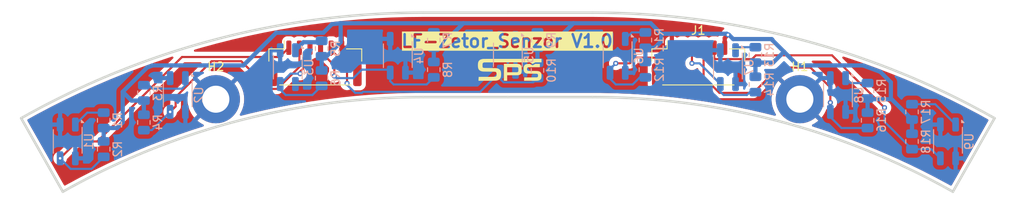
<source format=kicad_pcb>
(kicad_pcb (version 20241229) (generator "pcbnew") (generator_version "9.0")
  (layers (0 "F.Cu" signal) (2 "B.Cu" signal) (13 "F.Paste" user) (15 "B.Paste" user) (5 "F.SilkS" user "F.Silkscreen") (7 "B.SilkS" user "B.Silkscreen") (1 "F.Mask" user) (3 "B.Mask" user) (25 "Edge.Cuts" user))
  (net 0 "")
  (net 1 "Sen1Out")
  (net 2 "Sen5Out")
  (net 3 "Sen4Out")
  (net 4 "Sen3Out")
  (net 5 "Sen2Out")
  (net 6 "GND")
  (net 7 "VCC")
  (net 8 "Net-(U3-A)")
  (net 9 "Sen6Out")
  (net 10 "Sen7Out")
  (net 11 "Sen8Out")
  (net 12 "Sen9Out")
  (net 13 "Net-(U8-A)")
  (net 14 "Net-(U6-A)")
  (net 15 "Net-(U7-A)")
  (net 16 "Net-(U5-A)")
  (net 17 "Net-(U4-A)")
  (net 18 "Net-(U9-A)")
  (net 19 "Net-(U1-A)")
  (net 20 "Net-(U2-A)")
  (footprint "MountingHole:MountingHole_3.2mm_M3_ISO7380_Pad" (layer "F.Cu") (at 173.25 101.75)
    (property "Reference" "H1" (at 0 -3.85 0) (layer "F.SilkS"))
    (property "Value" "MountingHole_Pad")
    (pad "1" thru_hole circle (at 0 0) (size 5.7 5.7) (drill 3.2) (layers "*.Cu" "*.Mask") (net 6 "GND"))
  )
  (footprint "Connector_JST:JST_GH_SM06B-GHS-TB_1x06-1MP_P1.25mm_Horizontal" (layer "F.Cu") (at 161.250016 97.5)
    (property "Reference" "J1" (at 0 -3.9 0) (layer "F.SilkS"))
    (property "Value" "Conn_01x06_Pin")
    (pad "1" smd roundrect (at -3.125 -1.85) (size 0.6 1.7) (layers "F.Cu" "F.Mask" "F.Paste") (net 6 "GND"))
    (pad "2" smd roundrect (at -1.875 -1.85) (size 0.6 1.7) (layers "F.Cu" "F.Mask" "F.Paste") (net 9 "Sen6Out"))
    (pad "3" smd roundrect (at -0.625 -1.85) (size 0.6 1.7) (layers "F.Cu" "F.Mask" "F.Paste") (net 10 "Sen7Out"))
    (pad "4" smd roundrect (at 0.625 -1.85) (size 0.6 1.7) (layers "F.Cu" "F.Mask" "F.Paste") (net 11 "Sen8Out"))
    (pad "5" smd roundrect (at 1.875 -1.85) (size 0.6 1.7) (layers "F.Cu" "F.Mask" "F.Paste") (net 12 "Sen9Out"))
    (pad "6" smd roundrect (at 3.125 -1.85) (size 0.6 1.7) (layers "F.Cu" "F.Mask" "F.Paste") (net 7 "VCC"))
    (pad "MP" smd roundrect (at -4.975 1.35) (size 1 2.7) (layers "F.Cu" "F.Mask" "F.Paste"))
    (pad "MP" smd roundrect (at 4.975 1.35) (size 1 2.7) (layers "F.Cu" "F.Mask" "F.Paste"))
  )
  (footprint "lf_zetor_graphic:SPS_LOGO_IMG" (layer "F.Cu") (at 138.75 98)
    (property "Reference" "G***" (hide yes))
    (property "Value" "LOGO" (hide yes))
  )
  (footprint "MountingHole:MountingHole_3.2mm_M3_ISO7380_Pad" (layer "F.Cu") (at 104.25 101.75)
    (property "Reference" "H2" (at 0 -3.85 0) (layer "F.SilkS"))
    (property "Value" "MountingHole_Pad")
    (pad "1" thru_hole circle (at 0 0) (size 5.7 5.7) (drill 3.2) (layers "*.Cu" "*.Mask") (net 6 "GND"))
  )
  (footprint "Connector_JST:JST_GH_SM06B-GHS-TB_1x06-1MP_P1.25mm_Horizontal" (layer "F.Cu") (at 116.000016 97.5)
    (property "Reference" "J2" (hide yes))
    (property "Value" "Conn_01x06_Pin")
    (pad "1" smd roundrect (at -3.125 -1.85) (size 0.6 1.7) (layers "F.Cu" "F.Mask" "F.Paste") (net 1 "Sen1Out"))
    (pad "2" smd roundrect (at -1.875 -1.85) (size 0.6 1.7) (layers "F.Cu" "F.Mask" "F.Paste") (net 5 "Sen2Out"))
    (pad "3" smd roundrect (at -0.625 -1.85) (size 0.6 1.7) (layers "F.Cu" "F.Mask" "F.Paste") (net 4 "Sen3Out"))
    (pad "4" smd roundrect (at 0.625 -1.85) (size 0.6 1.7) (layers "F.Cu" "F.Mask" "F.Paste") (net 3 "Sen4Out"))
    (pad "5" smd roundrect (at 1.875 -1.85) (size 0.6 1.7) (layers "F.Cu" "F.Mask" "F.Paste") (net 2 "Sen5Out"))
    (pad "6" smd roundrect (at 3.125 -1.85) (size 0.6 1.7) (layers "F.Cu" "F.Mask" "F.Paste") (net 6 "GND"))
    (pad "MP" smd roundrect (at -4.975 1.35) (size 1 2.7) (layers "F.Cu" "F.Mask" "F.Paste"))
    (pad "MP" smd roundrect (at 4.975 1.35) (size 1 2.7) (layers "F.Cu" "F.Mask" "F.Paste"))
  )
  (footprint "Resistor_SMD:R_0805_2012Metric" (layer "B.Cu") (at 91.000016 107.6625 90)
    (property "Reference" "R2" (at 0 1.65 90) (layer "B.SilkS") (effects (justify mirror)))
    (property "Value" "10k")
    (pad "1" smd roundrect (at -0.9125 0 90) (size 1.025 1.4) (layers "B.Cu" "B.Mask" "B.Paste") (roundrect_rratio 0.243902) (net 1 "Sen1Out"))
    (pad "2" smd roundrect (at 0.9125 0 90) (size 1.025 1.4) (layers "B.Cu" "B.Mask" "B.Paste") (roundrect_rratio 0.243902) (net 7 "VCC"))
  )
  (footprint "Resistor_SMD:R_0805_2012Metric" (layer "B.Cu") (at 116.750016 99.25 90)
    (property "Reference" "R6" (at 0 1.65 90) (layer "B.SilkS") (effects (justify mirror)))
    (property "Value" "10k")
    (pad "1" smd roundrect (at -0.9125 0 90) (size 1.025 1.4) (layers "B.Cu" "B.Mask" "B.Paste") (roundrect_rratio 0.243902) (net 4 "Sen3Out"))
    (pad "2" smd roundrect (at 0.9125 0 90) (size 1.025 1.4) (layers "B.Cu" "B.Mask" "B.Paste") (roundrect_rratio 0.243902) (net 7 "VCC"))
  )
  (footprint "Resistor_SMD:R_0805_2012Metric" (layer "B.Cu") (at 91 104.25 90)
    (property "Reference" "R1" (at 0 1.65 90) (layer "B.SilkS") (effects (justify mirror)))
    (property "Value" "100R")
    (pad "1" smd roundrect (at -0.9125 0 90) (size 1.025 1.4) (layers "B.Cu" "B.Mask" "B.Paste") (roundrect_rratio 0.243902) (net 7 "VCC"))
    (pad "2" smd roundrect (at 0.9125 0 90) (size 1.025 1.4) (layers "B.Cu" "B.Mask" "B.Paste") (roundrect_rratio 0.243902) (net 19 "Net-(U1-A)"))
  )
  (footprint "Resistor_SMD:R_0805_2012Metric" (layer "B.Cu") (at 130.000016 98.25 90)
    (property "Reference" "R8" (at 0 1.65 90) (layer "B.SilkS") (effects (justify mirror)))
    (property "Value" "10k")
    (pad "1" smd roundrect (at -0.9125 0 90) (size 1.025 1.4) (layers "B.Cu" "B.Mask" "B.Paste") (roundrect_rratio 0.243902) (net 3 "Sen4Out"))
    (pad "2" smd roundrect (at 0.9125 0 90) (size 1.025 1.4) (layers "B.Cu" "B.Mask" "B.Paste") (roundrect_rratio 0.243902) (net 7 "VCC"))
  )
  (footprint "OptoDevice:OnSemi_CASE100CY" (layer "B.Cu") (at 125.75 96.6 180)
    (property "Reference" "U4" (at -2.5 0 90) (layer "B.SilkS") (effects (justify mirror)))
    (property "Value" "QRE1113GR")
    (pad "1" smd roundrect (at -0.9 2 180) (size 0.79 1.66) (layers "B.Cu" "B.Mask" "B.Paste") (net 17 "Net-(U4-A)"))
    (pad "2" smd roundrect (at -0.9 -2 180) (size 0.79 1.66) (layers "B.Cu" "B.Mask" "B.Paste") (net 6 "GND"))
    (pad "3" smd roundrect (at 0.9 -2 180) (size 0.79 1.66) (layers "B.Cu" "B.Mask" "B.Paste") (net 3 "Sen4Out"))
    (pad "4" smd roundrect (at 0.9 2 180) (size 0.79 1.66) (layers "B.Cu" "B.Mask" "B.Paste") (net 6 "GND"))
  )
  (footprint "OptoDevice:OnSemi_CASE100CY" (layer "B.Cu") (at 99.75 101.25 180)
    (property "Reference" "U2" (at -2.5 0 90) (layer "B.SilkS") (effects (justify mirror)))
    (property "Value" "QRE1113GR")
    (pad "1" smd roundrect (at -0.9 2 180) (size 0.79 1.66) (layers "B.Cu" "B.Mask" "B.Paste") (net 20 "Net-(U2-A)"))
    (pad "2" smd roundrect (at -0.9 -2 180) (size 0.79 1.66) (layers "B.Cu" "B.Mask" "B.Paste") (net 6 "GND"))
    (pad "3" smd roundrect (at 0.9 -2 180) (size 0.79 1.66) (layers "B.Cu" "B.Mask" "B.Paste") (net 5 "Sen2Out"))
    (pad "4" smd roundrect (at 0.9 2 180) (size 0.79 1.66) (layers "B.Cu" "B.Mask" "B.Paste") (net 6 "GND"))
  )
  (footprint "Resistor_SMD:R_0805_2012Metric" (layer "B.Cu") (at 116.75 95.75 90)
    (property "Reference" "R5" (at 0 1.65 90) (layer "B.SilkS") (effects (justify mirror)))
    (property "Value" "100R")
    (pad "1" smd roundrect (at -0.9125 0 90) (size 1.025 1.4) (layers "B.Cu" "B.Mask" "B.Paste") (roundrect_rratio 0.243902) (net 7 "VCC"))
    (pad "2" smd roundrect (at 0.9125 0 90) (size 1.025 1.4) (layers "B.Cu" "B.Mask" "B.Paste") (roundrect_rratio 0.243902) (net 8 "Net-(U3-A)"))
  )
  (footprint "Resistor_SMD:R_0805_2012Metric" (layer "B.Cu") (at 186.5 103.25 90)
    (property "Reference" "R17" (at 0 1.65 90) (layer "B.SilkS") (effects (justify mirror)))
    (property "Value" "100R")
    (pad "1" smd roundrect (at -0.9125 0 90) (size 1.025 1.4) (layers "B.Cu" "B.Mask" "B.Paste") (roundrect_rratio 0.243902) (net 7 "VCC"))
    (pad "2" smd roundrect (at 0.9125 0 90) (size 1.025 1.4) (layers "B.Cu" "B.Mask" "B.Paste") (roundrect_rratio 0.243902) (net 18 "Net-(U9-A)"))
  )
  (footprint "OptoDevice:OnSemi_CASE100CY" (layer "B.Cu") (at 112.75 97.95 180)
    (property "Reference" "U3" (at -2.5 0 90) (layer "B.SilkS") (effects (justify mirror)))
    (property "Value" "QRE1113GR")
    (pad "1" smd roundrect (at -0.9 2 180) (size 0.79 1.66) (layers "B.Cu" "B.Mask" "B.Paste") (net 8 "Net-(U3-A)"))
    (pad "2" smd roundrect (at -0.9 -2 180) (size 0.79 1.66) (layers "B.Cu" "B.Mask" "B.Paste") (net 6 "GND"))
    (pad "3" smd roundrect (at 0.9 -2 180) (size 0.79 1.66) (layers "B.Cu" "B.Mask" "B.Paste") (net 4 "Sen3Out"))
    (pad "4" smd roundrect (at 0.9 2 180) (size 0.79 1.66) (layers "B.Cu" "B.Mask" "B.Paste") (net 6 "GND"))
  )
  (footprint "Resistor_SMD:R_0805_2012Metric" (layer "B.Cu") (at 142.250016 98.3375 90)
    (property "Reference" "R10" (at 0 1.65 90) (layer "B.SilkS") (effects (justify mirror)))
    (property "Value" "10k")
    (pad "1" smd roundrect (at -0.9125 0 90) (size 1.025 1.4) (layers "B.Cu" "B.Mask" "B.Paste") (roundrect_rratio 0.243902) (net 2 "Sen5Out"))
    (pad "2" smd roundrect (at 0.9125 0 90) (size 1.025 1.4) (layers "B.Cu" "B.Mask" "B.Paste") (roundrect_rratio 0.243902) (net 7 "VCC"))
  )
  (footprint "Resistor_SMD:R_0805_2012Metric" (layer "B.Cu") (at 155.000016 98.25 90)
    (property "Reference" "R12" (at 0 1.65 90) (layer "B.SilkS") (effects (justify mirror)))
    (property "Value" "10k")
    (pad "1" smd roundrect (at -0.9125 0 90) (size 1.025 1.4) (layers "B.Cu" "B.Mask" "B.Paste") (roundrect_rratio 0.243902) (net 9 "Sen6Out"))
    (pad "2" smd roundrect (at 0.9125 0 90) (size 1.025 1.4) (layers "B.Cu" "B.Mask" "B.Paste") (roundrect_rratio 0.243902) (net 7 "VCC"))
  )
  (footprint "OptoDevice:OnSemi_CASE100CY" (layer "B.Cu") (at 151.720016 96.61 180)
    (property "Reference" "U6" (at -2.5 0 90) (layer "B.SilkS") (effects (justify mirror)))
    (property "Value" "QRE1113GR")
    (pad "1" smd roundrect (at -0.9 2 180) (size 0.79 1.66) (layers "B.Cu" "B.Mask" "B.Paste") (net 14 "Net-(U6-A)"))
    (pad "2" smd roundrect (at -0.9 -2 180) (size 0.79 1.66) (layers "B.Cu" "B.Mask" "B.Paste") (net 6 "GND"))
    (pad "3" smd roundrect (at 0.9 -2 180) (size 0.79 1.66) (layers "B.Cu" "B.Mask" "B.Paste") (net 9 "Sen6Out"))
    (pad "4" smd roundrect (at 0.9 2 180) (size 0.79 1.66) (layers "B.Cu" "B.Mask" "B.Paste") (net 6 "GND"))
  )
  (footprint "Resistor_SMD:R_0805_2012Metric" (layer "B.Cu") (at 142.25 94.75 90)
    (property "Reference" "R9" (at 0 1.65 90) (layer "B.SilkS") (effects (justify mirror)))
    (property "Value" "100R")
    (pad "1" smd roundrect (at -0.9125 0 90) (size 1.025 1.4) (layers "B.Cu" "B.Mask" "B.Paste") (roundrect_rratio 0.243902) (net 7 "VCC"))
    (pad "2" smd roundrect (at 0.9125 0 90) (size 1.025 1.4) (layers "B.Cu" "B.Mask" "B.Paste") (roundrect_rratio 0.243902) (net 16 "Net-(U5-A)"))
  )
  (footprint "OptoDevice:OnSemi_CASE100CY" (layer "B.Cu") (at 164.75 97.95 180)
    (property "Reference" "U7" (at -2.5 0 90) (layer "B.SilkS") (effects (justify mirror)))
    (property "Value" "QRE1113GR")
    (pad "1" smd roundrect (at -0.9 2 180) (size 0.79 1.66) (layers "B.Cu" "B.Mask" "B.Paste") (net 15 "Net-(U7-A)"))
    (pad "2" smd roundrect (at -0.9 -2 180) (size 0.79 1.66) (layers "B.Cu" "B.Mask" "B.Paste") (net 6 "GND"))
    (pad "3" smd roundrect (at 0.9 -2 180) (size 0.79 1.66) (layers "B.Cu" "B.Mask" "B.Paste") (net 10 "Sen7Out"))
    (pad "4" smd roundrect (at 0.9 2 180) (size 0.79 1.66) (layers "B.Cu" "B.Mask" "B.Paste") (net 6 "GND"))
  )
  (footprint "Resistor_SMD:R_0805_2012Metric" (layer "B.Cu") (at 130.000016 94.75 90)
    (property "Reference" "R7" (at 0 1.65 90) (layer "B.SilkS") (effects (justify mirror)))
    (property "Value" "100R")
    (pad "1" smd roundrect (at -0.9125 0 90) (size 1.025 1.4) (layers "B.Cu" "B.Mask" "B.Paste") (roundrect_rratio 0.243902) (net 7 "VCC"))
    (pad "2" smd roundrect (at 0.9125 0 90) (size 1.025 1.4) (layers "B.Cu" "B.Mask" "B.Paste") (roundrect_rratio 0.243902) (net 17 "Net-(U4-A)"))
  )
  (footprint "Resistor_SMD:R_0805_2012Metric" (layer "B.Cu") (at 168.000016 100 90)
    (property "Reference" "R14" (at 0 1.65 90) (layer "B.SilkS") (effects (justify mirror)))
    (property "Value" "10k")
    (pad "1" smd roundrect (at -0.9125 0 90) (size 1.025 1.4) (layers "B.Cu" "B.Mask" "B.Paste") (roundrect_rratio 0.243902) (net 10 "Sen7Out"))
    (pad "2" smd roundrect (at 0.9125 0 90) (size 1.025 1.4) (layers "B.Cu" "B.Mask" "B.Paste") (roundrect_rratio 0.243902) (net 7 "VCC"))
  )
  (footprint "OptoDevice:OnSemi_CASE100CY" (layer "B.Cu") (at 86.75 106.75 180)
    (property "Reference" "U1" (at -2.5 0 90) (layer "B.SilkS") (effects (justify mirror)))
    (property "Value" "QRE1113GR")
    (pad "1" smd roundrect (at -0.9 2 180) (size 0.79 1.66) (layers "B.Cu" "B.Mask" "B.Paste") (net 19 "Net-(U1-A)"))
    (pad "2" smd roundrect (at -0.9 -2 180) (size 0.79 1.66) (layers "B.Cu" "B.Mask" "B.Paste") (net 6 "GND"))
    (pad "3" smd roundrect (at 0.9 -2 180) (size 0.79 1.66) (layers "B.Cu" "B.Mask" "B.Paste") (net 1 "Sen1Out"))
    (pad "4" smd roundrect (at 0.9 2 180) (size 0.79 1.66) (layers "B.Cu" "B.Mask" "B.Paste") (net 6 "GND"))
  )
  (footprint "OptoDevice:OnSemi_CASE100CY" (layer "B.Cu") (at 138.75 96.5 180)
    (property "Reference" "U5" (at -2.5 0 90) (layer "B.SilkS") (effects (justify mirror)))
    (property "Value" "QRE1113GR")
    (pad "1" smd roundrect (at -0.9 2 180) (size 0.79 1.66) (layers "B.Cu" "B.Mask" "B.Paste") (net 16 "Net-(U5-A)"))
    (pad "2" smd roundrect (at -0.9 -2 180) (size 0.79 1.66) (layers "B.Cu" "B.Mask" "B.Paste") (net 6 "GND"))
    (pad "3" smd roundrect (at 0.9 -2 180) (size 0.79 1.66) (layers "B.Cu" "B.Mask" "B.Paste") (net 2 "Sen5Out"))
    (pad "4" smd roundrect (at 0.9 2 180) (size 0.79 1.66) (layers "B.Cu" "B.Mask" "B.Paste") (net 6 "GND"))
  )
  (footprint "Resistor_SMD:R_0805_2012Metric" (layer "B.Cu") (at 186.5 106.75 90)
    (property "Reference" "R18" (at 0 1.65 90) (layer "B.SilkS") (effects (justify mirror)))
    (property "Value" "10k")
    (pad "1" smd roundrect (at -0.9125 0 90) (size 1.025 1.4) (layers "B.Cu" "B.Mask" "B.Paste") (roundrect_rratio 0.243902) (net 12 "Sen9Out"))
    (pad "2" smd roundrect (at 0.9125 0 90) (size 1.025 1.4) (layers "B.Cu" "B.Mask" "B.Paste") (roundrect_rratio 0.243902) (net 7 "VCC"))
  )
  (footprint "Resistor_SMD:R_0805_2012Metric" (layer "B.Cu") (at 181.25 100.75 90)
    (property "Reference" "R15" (at 0 1.65 90) (layer "B.SilkS") (effects (justify mirror)))
    (property "Value" "100R")
    (pad "1" smd roundrect (at -0.9125 0 90) (size 1.025 1.4) (layers "B.Cu" "B.Mask" "B.Paste") (roundrect_rratio 0.243902) (net 7 "VCC"))
    (pad "2" smd roundrect (at 0.9125 0 90) (size 1.025 1.4) (layers "B.Cu" "B.Mask" "B.Paste") (roundrect_rratio 0.243902) (net 13 "Net-(U8-A)"))
  )
  (footprint "Resistor_SMD:R_0805_2012Metric" (layer "B.Cu") (at 95.75 101 90)
    (property "Reference" "R3" (at 0 1.65 90) (layer "B.SilkS") (effects (justify mirror)))
    (property "Value" "100R")
    (pad "1" smd roundrect (at -0.9125 0 90) (size 1.025 1.4) (layers "B.Cu" "B.Mask" "B.Paste") (roundrect_rratio 0.243902) (net 7 "VCC"))
    (pad "2" smd roundrect (at 0.9125 0 90) (size 1.025 1.4) (layers "B.Cu" "B.Mask" "B.Paste") (roundrect_rratio 0.243902) (net 20 "Net-(U2-A)"))
  )
  (footprint "Resistor_SMD:R_0805_2012Metric" (layer "B.Cu") (at 168.000016 96.5 90)
    (property "Reference" "R13" (at 0 1.65 90) (layer "B.SilkS") (effects (justify mirror)))
    (property "Value" "100R")
    (pad "1" smd roundrect (at -0.9125 0 90) (size 1.025 1.4) (layers "B.Cu" "B.Mask" "B.Paste") (roundrect_rratio 0.243902) (net 7 "VCC"))
    (pad "2" smd roundrect (at 0.9125 0 90) (size 1.025 1.4) (layers "B.Cu" "B.Mask" "B.Paste") (roundrect_rratio 0.243902) (net 15 "Net-(U7-A)"))
  )
  (footprint "Resistor_SMD:R_0805_2012Metric" (layer "B.Cu") (at 155 94.75 90)
    (property "Reference" "R11" (at 0 1.65 90) (layer "B.SilkS") (effects (justify mirror)))
    (property "Value" "100R")
    (pad "1" smd roundrect (at -0.9125 0 90) (size 1.025 1.4) (layers "B.Cu" "B.Mask" "B.Paste") (roundrect_rratio 0.243902) (net 7 "VCC"))
    (pad "2" smd roundrect (at 0.9125 0 90) (size 1.025 1.4) (layers "B.Cu" "B.Mask" "B.Paste") (roundrect_rratio 0.243902) (net 14 "Net-(U6-A)"))
  )
  (footprint "Resistor_SMD:R_0805_2012Metric" (layer "B.Cu") (at 181.25 104.25 90)
    (property "Reference" "R16" (at 0 1.65 90) (layer "B.SilkS") (effects (justify mirror)))
    (property "Value" "10k")
    (pad "1" smd roundrect (at -0.9125 0 90) (size 1.025 1.4) (layers "B.Cu" "B.Mask" "B.Paste") (roundrect_rratio 0.243902) (net 11 "Sen8Out"))
    (pad "2" smd roundrect (at 0.9125 0 90) (size 1.025 1.4) (layers "B.Cu" "B.Mask" "B.Paste") (roundrect_rratio 0.243902) (net 7 "VCC"))
  )
  (footprint "OptoDevice:OnSemi_CASE100CY" (layer "B.Cu") (at 177.75 101.25 180)
    (property "Reference" "U8" (at -2.5 0 90) (layer "B.SilkS") (effects (justify mirror)))
    (property "Value" "QRE1113GR")
    (pad "1" smd roundrect (at -0.9 2 180) (size 0.79 1.66) (layers "B.Cu" "B.Mask" "B.Paste") (net 13 "Net-(U8-A)"))
    (pad "2" smd roundrect (at -0.9 -2 180) (size 0.79 1.66) (layers "B.Cu" "B.Mask" "B.Paste") (net 6 "GND"))
    (pad "3" smd roundrect (at 0.9 -2 180) (size 0.79 1.66) (layers "B.Cu" "B.Mask" "B.Paste") (net 11 "Sen8Out"))
    (pad "4" smd roundrect (at 0.9 2 180) (size 0.79 1.66) (layers "B.Cu" "B.Mask" "B.Paste") (net 6 "GND"))
  )
  (footprint "OptoDevice:OnSemi_CASE100CY" (layer "B.Cu") (at 190.75 106.75 180)
    (property "Reference" "U9" (at -2.5 0 90) (layer "B.SilkS") (effects (justify mirror)))
    (property "Value" "QRE1113GR")
    (pad "1" smd roundrect (at -0.9 2 180) (size 0.79 1.66) (layers "B.Cu" "B.Mask" "B.Paste") (net 18 "Net-(U9-A)"))
    (pad "2" smd roundrect (at -0.9 -2 180) (size 0.79 1.66) (layers "B.Cu" "B.Mask" "B.Paste") (net 6 "GND"))
    (pad "3" smd roundrect (at 0.9 -2 180) (size 0.79 1.66) (layers "B.Cu" "B.Mask" "B.Paste") (net 12 "Sen9Out"))
    (pad "4" smd roundrect (at 0.9 2 180) (size 0.79 1.66) (layers "B.Cu" "B.Mask" "B.Paste") (net 6 "GND"))
  )
  (footprint "Resistor_SMD:R_0805_2012Metric" (layer "B.Cu") (at 95.750016 104.5 90)
    (property "Reference" "R4" (at 0 1.65 90) (layer "B.SilkS") (effects (justify mirror)))
    (property "Value" "10k")
    (pad "1" smd roundrect (at -0.9125 0 90) (size 1.025 1.4) (layers "B.Cu" "B.Mask" "B.Paste") (roundrect_rratio 0.243902) (net 5 "Sen2Out"))
    (pad "2" smd roundrect (at 0.9125 0 90) (size 1.025 1.4) (layers "B.Cu" "B.Mask" "B.Paste") (roundrect_rratio 0.243902) (net 7 "VCC"))
  )
  (gr_line (start 138.75 101.5) (end 148.75 101.5) (stroke (width 0.3)) (layer "Edge.Cuts"))
  (gr_line (start 138.75 91.5) (end 148.75 91.5) (stroke (width 0.3)) (layer "Edge.Cuts"))
  (gr_arc (start 148.75 101.5) (mid 170.763671 104.34805) (end 191.327719 112.704665) (stroke (width 0.3)) (layer "Edge.Cuts"))
  (gr_line (start 128.75 91.5) (end 138.75 91.5) (stroke (width 0.3)) (layer "Edge.Cuts"))
  (gr_line (start 196.249999 104.000002) (end 191.327719 112.704665) (stroke (width 0.3)) (layer "Edge.Cuts"))
  (gr_arc (start 148.75 91.5) (mid 173.308604 94.677304) (end 196.249999 104.000002) (stroke (width 0.3)) (layer "Edge.Cuts"))
  (gr_arc (start 86.17228 112.704664) (mid 106.736329 104.348049) (end 128.75 101.5) (stroke (width 0.3)) (layer "Edge.Cuts"))
  (gr_arc (start 81.25 104.000001) (mid 104.191396 94.677305) (end 128.75 91.5) (stroke (width 0.3)) (layer "Edge.Cuts"))
  (gr_line (start 128.75 101.5) (end 138.75 101.5) (stroke (width 0.3)) (layer "Edge.Cuts"))
  (gr_line (start 81.25 104.000001) (end 86.17228 112.704664) (stroke (width 0.3)) (layer "Edge.Cuts"))
  (gr_text "LF-Zetor_Senzor V1.0" (at 126 95.75 0) (layer "F.SilkS" knockout) (effects (font (size 1.5 1.5) (thickness 0.3) (bold yes)) (justify left bottom)))
  (segment (start 90.25 106.75) (end 100.25 96.75) (width 0.25) (layer "F.Cu") (net 1))
  (segment (start 111.775016 96.75) (end 112.875016 95.65) (width 0.25) (layer "F.Cu") (net 1))
  (segment (start 85.85 108.75) (end 87.85 106.75) (width 0.25) (layer "F.Cu") (net 1))
  (segment (start 87.85 106.75) (end 90.25 106.75) (width 0.25) (layer "F.Cu") (net 1))
  (segment (start 100.25 96.75) (end 111.775016 96.75) (width 0.25) (layer "F.Cu") (net 1))
  (via (at 85.85 108.75) (size 0.6) (drill 0.3) (layers "F.Cu" "B.Cu") (net 1))
  (segment (start 87.1 110) (end 85.85 108.75) (width 0.25) (layer "B.Cu") (net 1))
  (segment (start 91.000016 108.575) (end 89.575016 110) (width 0.25) (layer "B.Cu") (net 1))
  (segment (start 89.575016 110) (end 87.1 110) (width 0.25) (layer "B.Cu") (net 1))
  (segment (start 117.875016 96.499999) (end 117.875016 95.65) (width 0.25) (layer "F.Cu") (net 2))
  (segment (start 119.75 97.802306) (end 117.875016 95.927322) (width 0.25) (layer "F.Cu") (net 2))
  (segment (start 119.75 99.875) (end 119.75 97.802306) (width 0.25) (layer "F.Cu") (net 2))
  (segment (start 117.875016 95.927322) (end 117.875016 95.65) (width 0.25) (layer "F.Cu") (net 2))
  (via (at 119.75 99.875) (size 0.6) (drill 0.3) (layers "F.Cu" "B.Cu") (net 2))
  (segment (start 137.85 98.5) (end 137.85 99.35) (width 0.25) (layer "B.Cu") (net 2))
  (segment (start 121.624977 100.874977) (end 135.475023 100.874977) (width 0.25) (layer "B.Cu") (net 2))
  (segment (start 141.750016 99.75) (end 142.250016 99.25) (width 0.25) (layer "B.Cu") (net 2))
  (segment (start 138.25 99.75) (end 141.750016 99.75) (width 0.25) (layer "B.Cu") (net 2))
  (segment (start 121.499954 101) (end 121.624977 100.874977) (width 0.25) (layer "B.Cu") (net 2))
  (segment (start 120.708627 101) (end 121.499954 101) (width 0.25) (layer "B.Cu") (net 2))
  (segment (start 135.475023 100.874977) (end 137.85 98.5) (width 0.25) (layer "B.Cu") (net 2))
  (segment (start 137.85 99.35) (end 138.25 99.75) (width 0.25) (layer "B.Cu") (net 2))
  (segment (start 119.75 100.041373) (end 120.708627 101) (width 0.25) (layer "B.Cu") (net 2))
  (segment (start 119.75 99.875) (end 119.75 100.041373) (width 0.25) (layer "B.Cu") (net 2))
  (segment (start 116.625016 96.125016) (end 116.625016 95.65) (width 0.25) (layer "F.Cu") (net 3))
  (segment (start 118.25 99) (end 118.25 97.75) (width 0.25) (layer "F.Cu") (net 3))
  (segment (start 118.25 97.75) (end 116.625016 96.125016) (width 0.25) (layer "F.Cu") (net 3))
  (via (at 118.25 99) (size 0.6) (drill 0.3) (layers "F.Cu" "B.Cu") (net 3))
  (segment (start 120.5 99.25) (end 121.5 98.25) (width 0.25) (layer "B.Cu") (net 3))
  (segment (start 124.85 99.6) (end 125.25 100) (width 0.25) (layer "B.Cu") (net 3))
  (segment (start 129.162516 100) (end 130.000016 99.1625) (width 0.25) (layer "B.Cu") (net 3))
  (segment (start 124.85 98.6) (end 124.85 99.6) (width 0.25) (layer "B.Cu") (net 3))
  (segment (start 125.25 100) (end 129.162516 100) (width 0.25) (layer "B.Cu") (net 3))
  (segment (start 121.5 98.25) (end 124.5 98.25) (width 0.25) (layer "B.Cu") (net 3))
  (segment (start 118.25 99) (end 118.5 99.25) (width 0.25) (layer "B.Cu") (net 3))
  (segment (start 118.5 99.25) (end 120.5 99.25) (width 0.25) (layer "B.Cu") (net 3))
  (segment (start 124.5 98.25) (end 124.85 98.6) (width 0.25) (layer "B.Cu") (net 3))
  (segment (start 115 97.000016) (end 115 96.025016) (width 0.25) (layer "F.Cu") (net 4))
  (segment (start 114.209745 98.474595) (end 114.576016 98.108324) (width 0.25) (layer "F.Cu") (net 4))
  (segment (start 114.576016 97.424) (end 115 97.000016) (width 0.25) (layer "F.Cu") (net 4))
  (segment (start 114.576016 98.108324) (end 114.576016 97.424) (width 0.25) (layer "F.Cu") (net 4))
  (segment (start 115 96.025016) (end 115.375016 95.65) (width 0.25) (layer "F.Cu") (net 4))
  (segment (start 114.209745 98.720669) (end 114.209745 98.474595) (width 0.25) (layer "F.Cu") (net 4))
  (via (at 114.209745 98.720669) (size 0.6) (drill 0.3) (layers "F.Cu" "B.Cu") (net 4))
  (segment (start 115.662516 101.25) (end 116.750016 100.1625) (width 0.25) (layer "B.Cu") (net 4))
  (segment (start 114.209745 98.720669) (end 113.079331 98.720669) (width 0.25) (layer "B.Cu") (net 4))
  (segment (start 113.079331 98.720669) (end 111.85 99.95) (width 0.25) (layer "B.Cu") (net 4))
  (segment (start 112.5 101.25) (end 115.662516 101.25) (width 0.25) (layer "B.Cu") (net 4))
  (segment (start 111.85 100.6) (end 112.5 101.25) (width 0.25) (layer "B.Cu") (net 4))
  (segment (start 111.85 99.95) (end 111.85 100.6) (width 0.25) (layer "B.Cu") (net 4))
  (segment (start 111.52053 100.526) (end 114.125016 97.921514) (width 0.25) (layer "F.Cu") (net 5))
  (segment (start 103.75 97.25) (end 107.253502 97.25) (width 0.25) (layer "F.Cu") (net 5))
  (segment (start 98.85 103.25) (end 99.5 102.6) (width 0.25) (layer "F.Cu") (net 5))
  (segment (start 99.5 102.6) (end 99.5 101.5) (width 0.25) (layer "F.Cu") (net 5))
  (segment (start 99.5 101.5) (end 103.75 97.25) (width 0.25) (layer "F.Cu") (net 5))
  (segment (start 107.253502 97.25) (end 110.529502 100.526) (width 0.25) (layer "F.Cu") (net 5))
  (segment (start 110.529502 100.526) (end 111.52053 100.526) (width 0.25) (layer "F.Cu") (net 5))
  (segment (start 114.125016 97.921514) (end 114.125016 95.65) (width 0.25) (layer "F.Cu") (net 5))
  (via (at 98.85 103.25) (size 0.6) (drill 0.3) (layers "F.Cu" "B.Cu") (net 5))
  (segment (start 95.750016 105.4125) (end 96.6875 105.4125) (width 0.25) (layer "B.Cu") (net 5))
  (segment (start 96.6875 105.4125) (end 98.85 103.25) (width 0.25) (layer "B.Cu") (net 5))
  (segment (start 164.75 94.124984) (end 164.375016 94.499968) (width 0.5) (layer "F.Cu") (net 7))
  (segment (start 164.375016 94.499968) (end 164.375016 95.65) (width 0.5) (layer "F.Cu") (net 7))
  (via (at 164.75 94.124984) (size 0.6) (drill 0.3) (layers "F.Cu" "B.Cu") (net 7))
  (segment (start 186.5 104.1625) (end 186.5 105.8375) (width 0.5) (layer "B.Cu") (net 7))
  (segment (start 155 95.6625) (end 156.0875 95.6625) (width 0.5) (layer "B.Cu") (net 7))
  (segment (start 169.916062 94.624) (end 170 94.707938) (width 0.5) (layer "B.Cu") (net 7))
  (segment (start 91.000016 106.75) (end 91.000016 105.162516) (width 0.5) (layer "B.Cu") (net 7))
  (segment (start 156.873292 94) (end 155.623292 92.75) (width 0.5) (layer "B.Cu") (net 7))
  (segment (start 130.000016 97.3375) (end 130.000016 95.6625) (width 0.5) (layer "B.Cu") (net 7))
  (segment (start 156.873292 94.876708) (end 156.873292 94) (width 0.5) (layer "B.Cu") (net 7))
  (segment (start 156.0875 95.6625) (end 156.873292 94.876708) (width 0.5) (layer "B.Cu") (net 7))
  (segment (start 164.75 94.124984) (end 164.625016 94) (width 0.5) (layer "B.Cu") (net 7))
  (segment (start 184 101.6625) (end 186.5 104.1625) (width 0.5) (layer "B.Cu") (net 7))
  (segment (start 95.75 101.9125) (end 94.285792 101.9125) (width 0.5) (layer "B.Cu") (net 7))
  (segment (start 165.374 94.624) (end 169.916062 94.624) (width 0.5) (layer "B.Cu") (net 7))
  (segment (start 146.5 92.75) (end 133.5 92.75) (width 0.5) (layer "B.Cu") (net 7))
  (segment (start 184 99.75) (end 184 101.6625) (width 0.5) (layer "B.Cu") (net 7))
  (segment (start 92.5875 105.1625) (end 91 105.1625) (width 0.5) (layer "B.Cu") (net 7))
  (segment (start 155.623292 92.75) (end 146.5 92.75) (width 0.5) (layer "B.Cu") (net 7))
  (segment (start 93.25 104.5) (end 92.5875 105.1625) (width 0.5) (layer "B.Cu") (net 7))
  (segment (start 96.775817 97.75) (end 96.140113 97.986595) (width 0.5) (layer "B.Cu") (net 7))
  (segment (start 164.625016 94) (end 156.873292 94) (width 0.5) (layer "B.Cu") (net 7))
  (segment (start 116.75 96.6625) (end 116.75 98.337484) (width 0.5) (layer "B.Cu") (net 7))
  (segment (start 117.957736 92.874) (end 116.957736 93.874) (width 0.5) (layer "B.Cu") (net 7))
  (segment (start 107.5 97.75) (end 96.775817 97.75) (width 0.5) (layer "B.Cu") (net 7))
  (segment (start 142.25 97.424984) (end 142.250016 97.425) (width 0.5) (layer "B.Cu") (net 7))
  (segment (start 173 97.75) (end 180.724181 97.75) (width 0.5) (layer "B.Cu") (net 7))
  (segment (start 118.996901 92.75) (end 117.957736 92.874) (width 0.5) (layer "B.Cu") (net 7))
  (segment (start 130.5875 95.6625) (end 133.5 92.75) (width 0.5) (layer "B.Cu") (net 7))
  (segment (start 93.25 100.876708) (end 93.25 104.5) (width 0.5) (layer "B.Cu") (net 7))
  (segment (start 155.000016 97.3375) (end 155.000016 95.662516) (width 0.5) (layer "B.Cu") (net 7))
  (segment (start 164.874984 94.124984) (end 165.374 94.624) (width 0.5) (layer "B.Cu") (net 7))
  (segment (start 181.25 103.3375) (end 181.25 101.6625) (width 0.5) (layer "B.Cu") (net 7))
  (segment (start 181.25 101.6625) (end 181.3375 101.75) (width 0.5) (layer "B.Cu") (net 7))
  (segment (start 170 94.707938) (end 170 94.75) (width 0.5) (layer "B.Cu") (net 7))
  (segment (start 155.000016 95.662516) (end 155 95.6625) (width 0.5) (layer "B.Cu") (net 7))
  (segment (start 183.9125 101.75) (end 184 101.6625) (width 0.5) (layer "B.Cu") (net 7))
  (segment (start 180.724181 97.75) (end 182.756317 98.506317) (width 0.5) (layer "B.Cu") (net 7))
  (segment (start 116.957736 93.874) (end 111.376 93.874) (width 0.5) (layer "B.Cu") (net 7))
  (segment (start 118.996901 95.003099) (end 118.996901 92.75) (width 0.5) (layer "B.Cu") (net 7))
  (segment (start 142.25 95.6625) (end 143.5875 95.6625) (width 0.5) (layer "B.Cu") (net 7))
  (segment (start 182.756317 98.506317) (end 184 99.75) (width 0.5) (layer "B.Cu") (net 7))
  (segment (start 116.75 98.337484) (end 116.750016 98.3375) (width 0.5) (layer "B.Cu") (net 7))
  (segment (start 95.750016 101.912516) (end 95.75 101.9125) (width 0.5) (layer "B.Cu") (net 7))
  (segment (start 96.140113 97.986595) (end 93.25 100.876708) (width 0.5) (layer "B.Cu") (net 7))
  (segment (start 130.000016 95.6625) (end 130.5875 95.6625) (width 0.5) (layer "B.Cu") (net 7))
  (segment (start 94.285792 101.9125) (end 93.25 100.876708) (width 0.5) (layer "B.Cu") (net 7))
  (segment (start 143.5875 95.6625) (end 146.5 92.75) (width 0.5) (layer "B.Cu") (net 7))
  (segment (start 133.5 92.75) (end 118.996901 92.75) (width 0.5) (layer "B.Cu") (net 7))
  (segment (start 181.3375 101.75) (end 183.9125 101.75) (width 0.5) (layer "B.Cu") (net 7))
  (segment (start 111.376 93.874) (end 107.5 97.75) (width 0.5) (layer "B.Cu") (net 7))
  (segment (start 170.0875 97.4125) (end 171.375 96.125) (width 0.5) (layer "B.Cu") (net 7))
  (segment (start 116.75 96.6625) (end 117.3375 96.6625) (width 0.5) (layer "B.Cu") (net 7))
  (segment (start 91.000016 105.162516) (end 91 105.1625) (width 0.5) (layer "B.Cu") (net 7))
  (segment (start 170 94.75) (end 171.375 96.125) (width 0.5) (layer "B.Cu") (net 7))
  (segment (start 142.25 95.6625) (end 142.25 97.424984) (width 0.5) (layer "B.Cu") (net 7))
  (segment (start 168.000016 99.0875) (end 168.000016 97.4125) (width 0.5) (layer "B.Cu") (net 7))
  (segment (start 164.75 94.124984) (end 164.874984 94.124984) (width 0.5) (layer "B.Cu") (net 7))
  (segment (start 117.3375 96.6625) (end 118.996901 95.003099) (width 0.5) (layer "B.Cu") (net 7))
  (segment (start 171.375 96.125) (end 173 97.75) (width 0.5) (layer "B.Cu") (net 7))
  (segment (start 95.750016 103.5875) (end 95.750016 101.912516) (width 0.5) (layer "B.Cu") (net 7))
  (segment (start 168.000016 97.4125) (end 170.0875 97.4125) (width 0.5) (layer "B.Cu") (net 7))
  (segment (start 113.65 95.95) (end 113.65 95.85) (width 0.5) (layer "B.Cu") (net 8))
  (segment (start 116.5875 95) (end 116.75 94.8375) (width 0.5) (layer "B.Cu") (net 8))
  (segment (start 114.6 95) (end 116.5875 95) (width 0.5) (layer "B.Cu") (net 8))
  (segment (start 113.65 95.95) (end 114.6 95) (width 0.5) (layer "B.Cu") (net 8))
  (segment (start 159.375016 96.499999) (end 159.375016 95.65) (width 0.25) (layer "F.Cu") (net 9))
  (segment (start 151.5 97.5) (end 153.152 97.5) (width 0.25) (layer "F.Cu") (net 9))
  (segment (start 153.152 97.5) (end 153.826 96.826) (width 0.25) (layer "F.Cu") (net 9))
  (segment (start 159.049015 96.826) (end 159.375016 96.499999) (width 0.25) (layer "F.Cu") (net 9))
  (segment (start 153.826 96.826) (end 159.049015 96.826) (width 0.25) (layer "F.Cu") (net 9))
  (via (at 151.5 97.5) (size 0.6) (drill 0.3) (layers "F.Cu" "B.Cu") (net 9))
  (segment (start 153.5 100) (end 154.3375 99.1625) (width 0.25) (layer "B.Cu") (net 9))
  (segment (start 150.820016 99.320016) (end 151.5 100) (width 0.25) (layer "B.Cu") (net 9))
  (segment (start 150.820016 98.179984) (end 150.820016 99.320016) (width 0.25) (layer "B.Cu") (net 9))
  (segment (start 154.3375 99.1625) (end 155.000016 99.1625) (width 0.25) (layer "B.Cu") (net 9))
  (segment (start 151.5 100) (end 153.5 100) (width 0.25) (layer "B.Cu") (net 9))
  (segment (start 151.5 97.5) (end 150.820016 98.179984) (width 0.25) (layer "B.Cu") (net 9))
  (segment (start 160.5 95.775016) (end 160.625016 95.65) (width 0.25) (layer "F.Cu") (net 10))
  (segment (start 160.5 97.5) (end 160.5 95.775016) (width 0.25) (layer "F.Cu") (net 10))
  (via (at 160.5 97.5) (size 0.6) (drill 0.3) (layers "F.Cu" "B.Cu") (net 10))
  (segment (start 164.25 101.25) (end 167 101.25) (width 0.25) (layer "B.Cu") (net 10))
  (segment (start 163.85 100.85) (end 164.25 101.25) (width 0.25) (layer "B.Cu") (net 10))
  (segment (start 167.3375 100.9125) (end 168.000016 100.9125) (width 0.25) (layer "B.Cu") (net 10))
  (segment (start 163.85 99.95) (end 161.4 97.5) (width 0.25) (layer "B.Cu") (net 10))
  (segment (start 167 101.25) (end 167.3375 100.9125) (width 0.25) (layer "B.Cu") (net 10))
  (segment (start 161.4 97.5) (end 160.5 97.5) (width 0.25) (layer "B.Cu") (net 10))
  (segment (start 163.85 99.95) (end 163.85 100.85) (width 0.25) (layer "B.Cu") (net 10))
  (segment (start 176.85 100.35) (end 174.5 98) (width 0.25) (layer "F.Cu") (net 11))
  (segment (start 170.75 98) (end 167.75 101) (width 0.25) (layer "F.Cu") (net 11))
  (segment (start 163.75 101) (end 161.875016 99.125016) (width 0.25) (layer "F.Cu") (net 11))
  (segment (start 176.85 102.15) (end 176.85 100.35) (width 0.25) (layer "F.Cu") (net 11))
  (segment (start 167.75 101) (end 163.75 101) (width 0.25) (layer "F.Cu") (net 11))
  (segment (start 161.875016 99.125016) (end 161.875016 95.65) (width 0.25) (layer "F.Cu") (net 11))
  (segment (start 174.5 98) (end 170.75 98) (width 0.25) (layer "F.Cu") (net 11))
  (via (at 176.85 102.15) (size 0.6) (drill 0.3) (layers "F.Cu" "B.Cu") (net 11))
  (segment (start 178.1625 105.1625) (end 181.25 105.1625) (width 0.25) (layer "B.Cu") (net 11))
  (segment (start 176.85 102.15) (end 176.85 103.25) (width 0.25) (layer "B.Cu") (net 11))
  (segment (start 176.85 103.25) (end 176.85 103.85) (width 0.25) (layer "B.Cu") (net 11))
  (segment (start 176.85 103.85) (end 178.1625 105.1625) (width 0.25) (layer "B.Cu") (net 11))
  (segment (start 177.051322 96.551322) (end 168.051322 96.551322) (width 0.25) (layer "F.Cu") (net 12))
  (segment (start 183.25 102.75) (end 177.051322 96.551322) (width 0.25) (layer "F.Cu") (net 12))
  (segment (start 163.25 97) (end 163.125016 96.875016) (width 0.25) (layer "F.Cu") (net 12))
  (segment (start 167.602644 97) (end 163.25 97) (width 0.25) (layer "F.Cu") (net 12))
  (segment (start 163.125016 96.875016) (end 163.125016 95.65) (width 0.25) (layer "F.Cu") (net 12))
  (segment (start 168.051322 96.551322) (end 167.602644 97) (width 0.25) (layer "F.Cu") (net 12))
  (via (at 183.25 102.75) (size 0.6) (drill 0.3) (layers "F.Cu" "B.Cu") (net 12))
  (segment (start 183.25 104.4125) (end 183.25 102.75) (width 0.25) (layer "B.Cu") (net 12))
  (segment (start 186.5 107.6625) (end 183.25 104.4125) (width 0.25) (layer "B.Cu") (net 12))
  (segment (start 188.7625 107.6625) (end 189.85 108.75) (width 0.25) (layer "B.Cu") (net 12))
  (segment (start 186.5 107.6625) (end 188.7625 107.6625) (width 0.25) (layer "B.Cu") (net 12))
  (segment (start 179.2375 99.8375) (end 181.25 99.8375) (width 0.25) (layer "B.Cu") (net 13))
  (segment (start 178.65 99.25) (end 179.2375 99.8375) (width 0.25) (layer "B.Cu") (net 13))
  (segment (start 152.620016 94.61) (end 153.392516 93.8375) (width 0.25) (layer "B.Cu") (net 14))
  (segment (start 153.392516 93.8375) (end 155 93.8375) (width 0.25) (layer "B.Cu") (net 14))
  (segment (start 165.65 95.95) (end 166.0125 95.5875) (width 0.25) (layer "B.Cu") (net 15))
  (segment (start 166.0125 95.5875) (end 168.000016 95.5875) (width 0.25) (layer "B.Cu") (net 15))
  (segment (start 140.3125 93.8375) (end 142.25 93.8375) (width 0.25) (layer "B.Cu") (net 16))
  (segment (start 139.65 94.5) (end 140.3125 93.8375) (width 0.25) (layer "B.Cu") (net 16))
  (segment (start 126.65 94.6) (end 127.4125 93.8375) (width 0.25) (layer "B.Cu") (net 17))
  (segment (start 127.4125 93.8375) (end 130.000016 93.8375) (width 0.25) (layer "B.Cu") (net 17))
  (segment (start 186.5 102.3375) (end 189.2375 102.3375) (width 0.25) (layer "B.Cu") (net 18))
  (segment (start 189.2375 102.3375) (end 191.65 104.75) (width 0.25) (layer "B.Cu") (net 18))
  (segment (start 87.65 104.75) (end 89.0625 103.3375) (width 0.25) (layer "B.Cu") (net 19))
  (segment (start 89.0625 103.3375) (end 91 103.3375) (width 0.25) (layer "B.Cu") (net 19))
  (segment (start 100.25 100.5) (end 100.65 100.1) (width 0.25) (layer "B.Cu") (net 20))
  (segment (start 96.3375 100.0875) (end 96.75 100.5) (width 0.25) (layer "B.Cu") (net 20))
  (segment (start 96.75 100.5) (end 100.25 100.5) (width 0.25) (layer "B.Cu") (net 20))
  (segment (start 95.75 100.0875) (end 96.3375 100.0875) (width 0.25) (layer "B.Cu") (net 20))
  (segment (start 100.65 100.1) (end 100.65 99.25) (width 0.25) (layer "B.Cu") (net 20))
  (zone (net 6) (net_name "GND") (layers "F.Cu" "B.Cu") (connect_pads (clearance 0.5)) (min_thickness 0.25) (fill yes (thermal_gap 0.5) (thermal_bridge_width 0.5))
    (polygon (pts (xy 78.75 90) (xy 199 90) (xy 199.75 90.75) (xy 199.75 114.25) (xy 199 115) (xy 78.75 115)))
  )
)
</source>
